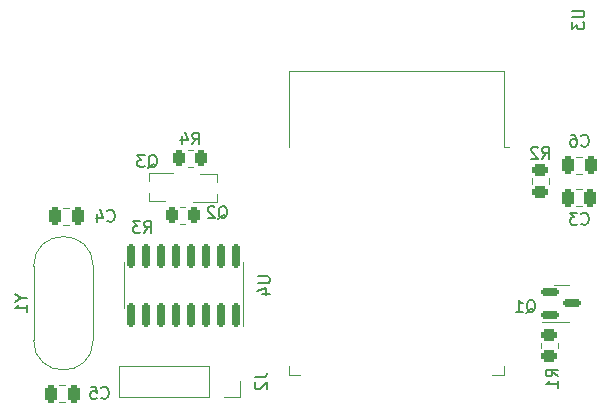
<source format=gbr>
%TF.GenerationSoftware,KiCad,Pcbnew,(6.0.8)*%
%TF.CreationDate,2022-12-26T14:05:03+00:00*%
%TF.ProjectId,Display_LED,44697370-6c61-4795-9f4c-45442e6b6963,1*%
%TF.SameCoordinates,Original*%
%TF.FileFunction,Legend,Bot*%
%TF.FilePolarity,Positive*%
%FSLAX46Y46*%
G04 Gerber Fmt 4.6, Leading zero omitted, Abs format (unit mm)*
G04 Created by KiCad (PCBNEW (6.0.8)) date 2022-12-26 14:05:03*
%MOMM*%
%LPD*%
G01*
G04 APERTURE LIST*
G04 Aperture macros list*
%AMRoundRect*
0 Rectangle with rounded corners*
0 $1 Rounding radius*
0 $2 $3 $4 $5 $6 $7 $8 $9 X,Y pos of 4 corners*
0 Add a 4 corners polygon primitive as box body*
4,1,4,$2,$3,$4,$5,$6,$7,$8,$9,$2,$3,0*
0 Add four circle primitives for the rounded corners*
1,1,$1+$1,$2,$3*
1,1,$1+$1,$4,$5*
1,1,$1+$1,$6,$7*
1,1,$1+$1,$8,$9*
0 Add four rect primitives between the rounded corners*
20,1,$1+$1,$2,$3,$4,$5,0*
20,1,$1+$1,$4,$5,$6,$7,0*
20,1,$1+$1,$6,$7,$8,$9,0*
20,1,$1+$1,$8,$9,$2,$3,0*%
G04 Aperture macros list end*
%ADD10C,0.150000*%
%ADD11C,0.120000*%
%ADD12R,1.700000X1.700000*%
%ADD13O,1.700000X1.700000*%
%ADD14R,3.500000X3.500000*%
%ADD15RoundRect,0.750000X0.750000X1.000000X-0.750000X1.000000X-0.750000X-1.000000X0.750000X-1.000000X0*%
%ADD16RoundRect,0.875000X0.875000X0.875000X-0.875000X0.875000X-0.875000X-0.875000X0.875000X-0.875000X0*%
%ADD17RoundRect,0.250000X0.450000X-0.262500X0.450000X0.262500X-0.450000X0.262500X-0.450000X-0.262500X0*%
%ADD18RoundRect,0.250000X-0.250000X-0.475000X0.250000X-0.475000X0.250000X0.475000X-0.250000X0.475000X0*%
%ADD19C,1.500000*%
%ADD20RoundRect,0.150000X-0.587500X-0.150000X0.587500X-0.150000X0.587500X0.150000X-0.587500X0.150000X0*%
%ADD21RoundRect,0.250000X-0.262500X-0.450000X0.262500X-0.450000X0.262500X0.450000X-0.262500X0.450000X0*%
%ADD22R,0.700000X0.450000*%
%ADD23RoundRect,0.150000X0.150000X-0.825000X0.150000X0.825000X-0.150000X0.825000X-0.150000X-0.825000X0*%
%ADD24R,1.500000X0.900000*%
%ADD25R,0.900000X1.500000*%
%ADD26C,0.475000*%
%ADD27R,4.200000X4.200000*%
%ADD28RoundRect,0.250000X0.262500X0.450000X-0.262500X0.450000X-0.262500X-0.450000X0.262500X-0.450000X0*%
%ADD29C,0.800000*%
G04 APERTURE END LIST*
D10*
%TO.C,R2*%
X316904666Y-128722380D02*
X317238000Y-128246190D01*
X317476095Y-128722380D02*
X317476095Y-127722380D01*
X317095142Y-127722380D01*
X316999904Y-127770000D01*
X316952285Y-127817619D01*
X316904666Y-127912857D01*
X316904666Y-128055714D01*
X316952285Y-128150952D01*
X316999904Y-128198571D01*
X317095142Y-128246190D01*
X317476095Y-128246190D01*
X316523714Y-127817619D02*
X316476095Y-127770000D01*
X316380857Y-127722380D01*
X316142761Y-127722380D01*
X316047523Y-127770000D01*
X315999904Y-127817619D01*
X315952285Y-127912857D01*
X315952285Y-128008095D01*
X315999904Y-128150952D01*
X316571333Y-128722380D01*
X315952285Y-128722380D01*
%TO.C,C4*%
X280074666Y-133961142D02*
X280122285Y-134008761D01*
X280265142Y-134056380D01*
X280360380Y-134056380D01*
X280503238Y-134008761D01*
X280598476Y-133913523D01*
X280646095Y-133818285D01*
X280693714Y-133627809D01*
X280693714Y-133484952D01*
X280646095Y-133294476D01*
X280598476Y-133199238D01*
X280503238Y-133104000D01*
X280360380Y-133056380D01*
X280265142Y-133056380D01*
X280122285Y-133104000D01*
X280074666Y-133151619D01*
X279217523Y-133389714D02*
X279217523Y-134056380D01*
X279455619Y-133008761D02*
X279693714Y-133723047D01*
X279074666Y-133723047D01*
%TO.C,Y1*%
X272803190Y-140483809D02*
X273279380Y-140483809D01*
X272279380Y-140150476D02*
X272803190Y-140483809D01*
X272279380Y-140817142D01*
X273279380Y-141674285D02*
X273279380Y-141102857D01*
X273279380Y-141388571D02*
X272279380Y-141388571D01*
X272422238Y-141293333D01*
X272517476Y-141198095D01*
X272565095Y-141102857D01*
%TO.C,J2*%
X292568380Y-147240666D02*
X293282666Y-147240666D01*
X293425523Y-147193047D01*
X293520761Y-147097809D01*
X293568380Y-146954952D01*
X293568380Y-146859714D01*
X292663619Y-147669238D02*
X292616000Y-147716857D01*
X292568380Y-147812095D01*
X292568380Y-148050190D01*
X292616000Y-148145428D01*
X292663619Y-148193047D01*
X292758857Y-148240666D01*
X292854095Y-148240666D01*
X292996952Y-148193047D01*
X293568380Y-147621619D01*
X293568380Y-148240666D01*
%TO.C,C5*%
X279566666Y-148947142D02*
X279614285Y-148994761D01*
X279757142Y-149042380D01*
X279852380Y-149042380D01*
X279995238Y-148994761D01*
X280090476Y-148899523D01*
X280138095Y-148804285D01*
X280185714Y-148613809D01*
X280185714Y-148470952D01*
X280138095Y-148280476D01*
X280090476Y-148185238D01*
X279995238Y-148090000D01*
X279852380Y-148042380D01*
X279757142Y-148042380D01*
X279614285Y-148090000D01*
X279566666Y-148137619D01*
X278661904Y-148042380D02*
X279138095Y-148042380D01*
X279185714Y-148518571D01*
X279138095Y-148470952D01*
X279042857Y-148423333D01*
X278804761Y-148423333D01*
X278709523Y-148470952D01*
X278661904Y-148518571D01*
X278614285Y-148613809D01*
X278614285Y-148851904D01*
X278661904Y-148947142D01*
X278709523Y-148994761D01*
X278804761Y-149042380D01*
X279042857Y-149042380D01*
X279138095Y-148994761D01*
X279185714Y-148947142D01*
%TO.C,Q1*%
X315563238Y-141771619D02*
X315658476Y-141724000D01*
X315753714Y-141628761D01*
X315896571Y-141485904D01*
X315991809Y-141438285D01*
X316087047Y-141438285D01*
X316039428Y-141676380D02*
X316134666Y-141628761D01*
X316229904Y-141533523D01*
X316277523Y-141343047D01*
X316277523Y-141009714D01*
X316229904Y-140819238D01*
X316134666Y-140724000D01*
X316039428Y-140676380D01*
X315848952Y-140676380D01*
X315753714Y-140724000D01*
X315658476Y-140819238D01*
X315610857Y-141009714D01*
X315610857Y-141343047D01*
X315658476Y-141533523D01*
X315753714Y-141628761D01*
X315848952Y-141676380D01*
X316039428Y-141676380D01*
X314658476Y-141676380D02*
X315229904Y-141676380D01*
X314944190Y-141676380D02*
X314944190Y-140676380D01*
X315039428Y-140819238D01*
X315134666Y-140914476D01*
X315229904Y-140962095D01*
%TO.C,R3*%
X283194666Y-134998380D02*
X283528000Y-134522190D01*
X283766095Y-134998380D02*
X283766095Y-133998380D01*
X283385142Y-133998380D01*
X283289904Y-134046000D01*
X283242285Y-134093619D01*
X283194666Y-134188857D01*
X283194666Y-134331714D01*
X283242285Y-134426952D01*
X283289904Y-134474571D01*
X283385142Y-134522190D01*
X283766095Y-134522190D01*
X282861333Y-133998380D02*
X282242285Y-133998380D01*
X282575619Y-134379333D01*
X282432761Y-134379333D01*
X282337523Y-134426952D01*
X282289904Y-134474571D01*
X282242285Y-134569809D01*
X282242285Y-134807904D01*
X282289904Y-134903142D01*
X282337523Y-134950761D01*
X282432761Y-134998380D01*
X282718476Y-134998380D01*
X282813714Y-134950761D01*
X282861333Y-134903142D01*
%TO.C,Q3*%
X283525238Y-129509619D02*
X283620476Y-129462000D01*
X283715714Y-129366761D01*
X283858571Y-129223904D01*
X283953809Y-129176285D01*
X284049047Y-129176285D01*
X284001428Y-129414380D02*
X284096666Y-129366761D01*
X284191904Y-129271523D01*
X284239523Y-129081047D01*
X284239523Y-128747714D01*
X284191904Y-128557238D01*
X284096666Y-128462000D01*
X284001428Y-128414380D01*
X283810952Y-128414380D01*
X283715714Y-128462000D01*
X283620476Y-128557238D01*
X283572857Y-128747714D01*
X283572857Y-129081047D01*
X283620476Y-129271523D01*
X283715714Y-129366761D01*
X283810952Y-129414380D01*
X284001428Y-129414380D01*
X283239523Y-128414380D02*
X282620476Y-128414380D01*
X282953809Y-128795333D01*
X282810952Y-128795333D01*
X282715714Y-128842952D01*
X282668095Y-128890571D01*
X282620476Y-128985809D01*
X282620476Y-129223904D01*
X282668095Y-129319142D01*
X282715714Y-129366761D01*
X282810952Y-129414380D01*
X283096666Y-129414380D01*
X283191904Y-129366761D01*
X283239523Y-129319142D01*
%TO.C,C6*%
X320206666Y-127603142D02*
X320254285Y-127650761D01*
X320397142Y-127698380D01*
X320492380Y-127698380D01*
X320635238Y-127650761D01*
X320730476Y-127555523D01*
X320778095Y-127460285D01*
X320825714Y-127269809D01*
X320825714Y-127126952D01*
X320778095Y-126936476D01*
X320730476Y-126841238D01*
X320635238Y-126746000D01*
X320492380Y-126698380D01*
X320397142Y-126698380D01*
X320254285Y-126746000D01*
X320206666Y-126793619D01*
X319349523Y-126698380D02*
X319540000Y-126698380D01*
X319635238Y-126746000D01*
X319682857Y-126793619D01*
X319778095Y-126936476D01*
X319825714Y-127126952D01*
X319825714Y-127507904D01*
X319778095Y-127603142D01*
X319730476Y-127650761D01*
X319635238Y-127698380D01*
X319444761Y-127698380D01*
X319349523Y-127650761D01*
X319301904Y-127603142D01*
X319254285Y-127507904D01*
X319254285Y-127269809D01*
X319301904Y-127174571D01*
X319349523Y-127126952D01*
X319444761Y-127079333D01*
X319635238Y-127079333D01*
X319730476Y-127126952D01*
X319778095Y-127174571D01*
X319825714Y-127269809D01*
%TO.C,U4*%
X292822380Y-138684095D02*
X293631904Y-138684095D01*
X293727142Y-138731714D01*
X293774761Y-138779333D01*
X293822380Y-138874571D01*
X293822380Y-139065047D01*
X293774761Y-139160285D01*
X293727142Y-139207904D01*
X293631904Y-139255523D01*
X292822380Y-139255523D01*
X293155714Y-140160285D02*
X293822380Y-140160285D01*
X292774761Y-139922190D02*
X293489047Y-139684095D01*
X293489047Y-140303142D01*
%TO.C,U3*%
X319442380Y-116189095D02*
X320251904Y-116189095D01*
X320347142Y-116236714D01*
X320394761Y-116284333D01*
X320442380Y-116379571D01*
X320442380Y-116570047D01*
X320394761Y-116665285D01*
X320347142Y-116712904D01*
X320251904Y-116760523D01*
X319442380Y-116760523D01*
X319442380Y-117141476D02*
X319442380Y-117760523D01*
X319823333Y-117427190D01*
X319823333Y-117570047D01*
X319870952Y-117665285D01*
X319918571Y-117712904D01*
X320013809Y-117760523D01*
X320251904Y-117760523D01*
X320347142Y-117712904D01*
X320394761Y-117665285D01*
X320442380Y-117570047D01*
X320442380Y-117284333D01*
X320394761Y-117189095D01*
X320347142Y-117141476D01*
%TO.C,R4*%
X287258666Y-127506380D02*
X287592000Y-127030190D01*
X287830095Y-127506380D02*
X287830095Y-126506380D01*
X287449142Y-126506380D01*
X287353904Y-126554000D01*
X287306285Y-126601619D01*
X287258666Y-126696857D01*
X287258666Y-126839714D01*
X287306285Y-126934952D01*
X287353904Y-126982571D01*
X287449142Y-127030190D01*
X287830095Y-127030190D01*
X286401523Y-126839714D02*
X286401523Y-127506380D01*
X286639619Y-126458761D02*
X286877714Y-127173047D01*
X286258666Y-127173047D01*
%TO.C,C3*%
X320206666Y-134215142D02*
X320254285Y-134262761D01*
X320397142Y-134310380D01*
X320492380Y-134310380D01*
X320635238Y-134262761D01*
X320730476Y-134167523D01*
X320778095Y-134072285D01*
X320825714Y-133881809D01*
X320825714Y-133738952D01*
X320778095Y-133548476D01*
X320730476Y-133453238D01*
X320635238Y-133358000D01*
X320492380Y-133310380D01*
X320397142Y-133310380D01*
X320254285Y-133358000D01*
X320206666Y-133405619D01*
X319873333Y-133310380D02*
X319254285Y-133310380D01*
X319587619Y-133691333D01*
X319444761Y-133691333D01*
X319349523Y-133738952D01*
X319301904Y-133786571D01*
X319254285Y-133881809D01*
X319254285Y-134119904D01*
X319301904Y-134215142D01*
X319349523Y-134262761D01*
X319444761Y-134310380D01*
X319730476Y-134310380D01*
X319825714Y-134262761D01*
X319873333Y-134215142D01*
%TO.C,Q2*%
X289473238Y-133823619D02*
X289568476Y-133776000D01*
X289663714Y-133680761D01*
X289806571Y-133537904D01*
X289901809Y-133490285D01*
X289997047Y-133490285D01*
X289949428Y-133728380D02*
X290044666Y-133680761D01*
X290139904Y-133585523D01*
X290187523Y-133395047D01*
X290187523Y-133061714D01*
X290139904Y-132871238D01*
X290044666Y-132776000D01*
X289949428Y-132728380D01*
X289758952Y-132728380D01*
X289663714Y-132776000D01*
X289568476Y-132871238D01*
X289520857Y-133061714D01*
X289520857Y-133395047D01*
X289568476Y-133585523D01*
X289663714Y-133680761D01*
X289758952Y-133728380D01*
X289949428Y-133728380D01*
X289139904Y-132823619D02*
X289092285Y-132776000D01*
X288997047Y-132728380D01*
X288758952Y-132728380D01*
X288663714Y-132776000D01*
X288616095Y-132823619D01*
X288568476Y-132918857D01*
X288568476Y-133014095D01*
X288616095Y-133156952D01*
X289187523Y-133728380D01*
X288568476Y-133728380D01*
%TO.C,R1*%
X318206380Y-147153333D02*
X317730190Y-146820000D01*
X318206380Y-146581904D02*
X317206380Y-146581904D01*
X317206380Y-146962857D01*
X317254000Y-147058095D01*
X317301619Y-147105714D01*
X317396857Y-147153333D01*
X317539714Y-147153333D01*
X317634952Y-147105714D01*
X317682571Y-147058095D01*
X317730190Y-146962857D01*
X317730190Y-146581904D01*
X318206380Y-148105714D02*
X318206380Y-147534285D01*
X318206380Y-147820000D02*
X317206380Y-147820000D01*
X317349238Y-147724761D01*
X317444476Y-147629523D01*
X317492095Y-147534285D01*
D11*
%TO.C,R2*%
X316013000Y-130845064D02*
X316013000Y-130390936D01*
X317483000Y-130845064D02*
X317483000Y-130390936D01*
%TO.C,C4*%
X276344748Y-134339000D02*
X276867252Y-134339000D01*
X276344748Y-132869000D02*
X276867252Y-132869000D01*
%TO.C,Y1*%
X273827000Y-137835000D02*
X273827000Y-144085000D01*
X278877000Y-137835000D02*
X278877000Y-144085000D01*
X273827000Y-144085000D02*
G75*
G03*
X278877000Y-144085000I2525000J0D01*
G01*
X278877000Y-137835000D02*
G75*
G03*
X273827000Y-137835000I-2525000J0D01*
G01*
%TO.C,J2*%
X288702000Y-146244000D02*
X281022000Y-146244000D01*
X288702000Y-148904000D02*
X288702000Y-146244000D01*
X288702000Y-148904000D02*
X281022000Y-148904000D01*
X289972000Y-148904000D02*
X291302000Y-148904000D01*
X291302000Y-148904000D02*
X291302000Y-147574000D01*
X281022000Y-148904000D02*
X281022000Y-146244000D01*
%TO.C,C5*%
X276004748Y-147889000D02*
X276527252Y-147889000D01*
X276004748Y-149359000D02*
X276527252Y-149359000D01*
%TO.C,Q1*%
X318516000Y-142530000D02*
X319166000Y-142530000D01*
X318516000Y-142530000D02*
X316841000Y-142530000D01*
X318516000Y-139410000D02*
X317866000Y-139410000D01*
X318516000Y-139410000D02*
X319166000Y-139410000D01*
%TO.C,R3*%
X286230936Y-134265000D02*
X286685064Y-134265000D01*
X286230936Y-132795000D02*
X286685064Y-132795000D01*
%TO.C,Q3*%
X283568000Y-129956000D02*
X283568000Y-130616000D01*
X283568000Y-129956000D02*
X285598000Y-129956000D01*
X284978000Y-132276000D02*
X283568000Y-132276000D01*
X283568000Y-131616000D02*
X283568000Y-132276000D01*
%TO.C,C6*%
X319778748Y-128551000D02*
X320301252Y-128551000D01*
X319778748Y-130021000D02*
X320301252Y-130021000D01*
%TO.C,U4*%
X291572000Y-139446000D02*
X291572000Y-137496000D01*
X281452000Y-139446000D02*
X281452000Y-141396000D01*
X281452000Y-139446000D02*
X281452000Y-137496000D01*
X291572000Y-139446000D02*
X291572000Y-142896000D01*
%TO.C,U3*%
X295426000Y-121300000D02*
X295426000Y-127715000D01*
X313666000Y-127715000D02*
X314046000Y-127715000D01*
X313666000Y-121300000D02*
X313666000Y-127715000D01*
X313666000Y-147040000D02*
X312666000Y-147040000D01*
X313666000Y-121300000D02*
X295426000Y-121300000D01*
X295426000Y-147040000D02*
X296426000Y-147040000D01*
X313666000Y-146260000D02*
X313666000Y-147040000D01*
X295426000Y-146260000D02*
X295426000Y-147040000D01*
%TO.C,R4*%
X287319064Y-129439000D02*
X286864936Y-129439000D01*
X287319064Y-127969000D02*
X286864936Y-127969000D01*
%TO.C,C3*%
X319768748Y-131275000D02*
X320291252Y-131275000D01*
X319768748Y-132745000D02*
X320291252Y-132745000D01*
%TO.C,Q2*%
X287936000Y-130046000D02*
X289346000Y-130046000D01*
X289346000Y-130706000D02*
X289346000Y-130046000D01*
X289346000Y-132366000D02*
X289346000Y-131706000D01*
X289346000Y-132366000D02*
X287316000Y-132366000D01*
%TO.C,R1*%
X318235000Y-144753064D02*
X318235000Y-144298936D01*
X316765000Y-144753064D02*
X316765000Y-144298936D01*
%TD*%
%LPC*%
D12*
%TO.C,J8*%
X273558000Y-118628000D03*
D13*
X273558000Y-121168000D03*
X273558000Y-123708000D03*
X273558000Y-126248000D03*
%TD*%
D12*
%TO.C,J3*%
X79248000Y-141219000D03*
D13*
X79248000Y-138679000D03*
X79248000Y-136139000D03*
X79248000Y-133599000D03*
X79248000Y-131059000D03*
%TD*%
D14*
%TO.C,J1*%
X342800000Y-147600000D03*
D15*
X348800000Y-147600000D03*
D16*
X345800000Y-142900000D03*
%TD*%
D12*
%TO.C,J4*%
X206248000Y-141219000D03*
D13*
X206248000Y-138679000D03*
X206248000Y-136139000D03*
X206248000Y-133599000D03*
X206248000Y-131059000D03*
%TD*%
D12*
%TO.C,J7*%
X334264000Y-150119000D03*
D13*
X334264000Y-147579000D03*
%TD*%
D12*
%TO.C,J6*%
X336360000Y-141219000D03*
D13*
X336360000Y-138679000D03*
X336360000Y-136139000D03*
X336360000Y-133599000D03*
X336360000Y-131059000D03*
%TD*%
D12*
%TO.C,J5*%
X209296000Y-141219000D03*
D13*
X209296000Y-138679000D03*
X209296000Y-136139000D03*
X209296000Y-133599000D03*
X209296000Y-131059000D03*
%TD*%
D17*
%TO.C,R2*%
X316748000Y-131530500D03*
X316748000Y-129705500D03*
%TD*%
D18*
%TO.C,C4*%
X275656000Y-133604000D03*
X277556000Y-133604000D03*
%TD*%
D19*
%TO.C,Y1*%
X276352000Y-138520000D03*
X276352000Y-140960000D03*
X276352000Y-143400000D03*
%TD*%
D12*
%TO.C,J2*%
X289972000Y-147574000D03*
D13*
X287432000Y-147574000D03*
X284892000Y-147574000D03*
X282352000Y-147574000D03*
%TD*%
D18*
%TO.C,C5*%
X275316000Y-148624000D03*
X277216000Y-148624000D03*
%TD*%
D20*
%TO.C,Q1*%
X317578500Y-141920000D03*
X317578500Y-140020000D03*
X319453500Y-140970000D03*
%TD*%
D21*
%TO.C,R3*%
X285545500Y-133530000D03*
X287370500Y-133530000D03*
%TD*%
D22*
%TO.C,Q3*%
X285298000Y-130466000D03*
X285298000Y-131766000D03*
X283298000Y-131116000D03*
%TD*%
D18*
%TO.C,C6*%
X319090000Y-129286000D03*
X320990000Y-129286000D03*
%TD*%
D23*
%TO.C,U4*%
X290957000Y-141921000D03*
X289687000Y-141921000D03*
X288417000Y-141921000D03*
X287147000Y-141921000D03*
X285877000Y-141921000D03*
X284607000Y-141921000D03*
X283337000Y-141921000D03*
X282067000Y-141921000D03*
X282067000Y-136971000D03*
X283337000Y-136971000D03*
X284607000Y-136971000D03*
X285877000Y-136971000D03*
X287147000Y-136971000D03*
X288417000Y-136971000D03*
X289687000Y-136971000D03*
X290957000Y-136971000D03*
%TD*%
D24*
%TO.C,U3*%
X313296000Y-128910000D03*
X313296000Y-130180000D03*
X313296000Y-131450000D03*
X313296000Y-132720000D03*
X313296000Y-133990000D03*
X313296000Y-135260000D03*
X313296000Y-136530000D03*
X313296000Y-137800000D03*
X313296000Y-139070000D03*
X313296000Y-140340000D03*
X313296000Y-141610000D03*
X313296000Y-142880000D03*
X313296000Y-144150000D03*
X313296000Y-145420000D03*
D25*
X310256000Y-146670000D03*
X308986000Y-146670000D03*
X307716000Y-146670000D03*
X306446000Y-146670000D03*
X305176000Y-146670000D03*
X303906000Y-146670000D03*
X302636000Y-146670000D03*
X301366000Y-146670000D03*
X300096000Y-146670000D03*
X298826000Y-146670000D03*
D24*
X295796000Y-145420000D03*
X295796000Y-144150000D03*
X295796000Y-142880000D03*
X295796000Y-141610000D03*
X295796000Y-140340000D03*
X295796000Y-139070000D03*
X295796000Y-137800000D03*
X295796000Y-136530000D03*
X295796000Y-135260000D03*
X295796000Y-133990000D03*
X295796000Y-132720000D03*
X295796000Y-131450000D03*
X295796000Y-130180000D03*
X295796000Y-128910000D03*
D26*
X303701000Y-137012500D03*
X304463500Y-134725000D03*
D27*
X305226000Y-136250000D03*
D26*
X305988500Y-137775000D03*
X305226000Y-135487500D03*
X305988500Y-136250000D03*
X306751000Y-137012500D03*
X305226000Y-137012500D03*
X303701000Y-135487500D03*
X306751000Y-135487500D03*
X305988500Y-134725000D03*
X304463500Y-137775000D03*
X304463500Y-136250000D03*
%TD*%
D28*
%TO.C,R4*%
X288004500Y-128704000D03*
X286179500Y-128704000D03*
%TD*%
D18*
%TO.C,C3*%
X319080000Y-132010000D03*
X320980000Y-132010000D03*
%TD*%
D22*
%TO.C,Q2*%
X287616000Y-131856000D03*
X287616000Y-130556000D03*
X289616000Y-131206000D03*
%TD*%
D17*
%TO.C,R1*%
X317500000Y-145438500D03*
X317500000Y-143613500D03*
%TD*%
D29*
X310896000Y-128270000D03*
X305054000Y-129286000D03*
X252481000Y-133599000D03*
X272039000Y-133599000D03*
X309885000Y-133599000D03*
X324871000Y-133599000D03*
X331724000Y-135382000D03*
X287528000Y-139192000D03*
X346202000Y-120142000D03*
X268478000Y-136144000D03*
X268478000Y-131064000D03*
X287528000Y-145034000D03*
X301498000Y-141478000D03*
X299212000Y-141986000D03*
X289814000Y-144018000D03*
X306070000Y-150622000D03*
X304038000Y-152146000D03*
X302768000Y-149098000D03*
M02*

</source>
